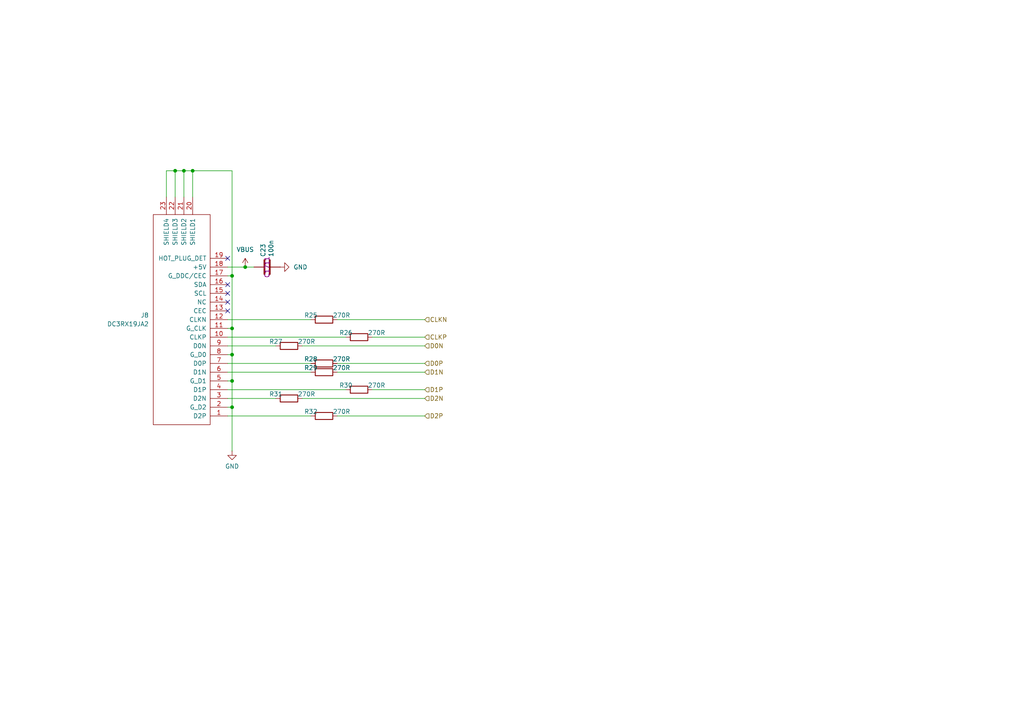
<source format=kicad_sch>
(kicad_sch (version 20250114) (generator "eeschema") (generator_version "9.0")
  (paper "A4")
  (title_block (title "${NAME}") (date "2025-04-24") (rev "${VERSION}") (company "Mikhail Matveev") (comment 1 "https://github.com/xtremespb/frank"))
  (lib_symbols
    (symbol "Device:C" (pin_numbers (hide yes)) (pin_names (offset 0.254))
      (property "Reference" "C" (at 0.635 2.54 0))
      (property "Value" "C" (at 0.635 -2.54 0))
      (symbol "C_0_1"
        (polyline (pts (xy -2.032 0.762) (xy 2.032 0.762)) (stroke (width 0.508)))
        (polyline (pts (xy -2.032 -0.762) (xy 2.032 -0.762)) (stroke (width 0.508)))
      )
      (symbol "C_1_1"
        (pin passive line (at 0 3.81 270) (length 2.794) (name "~") (number "1"))
        (pin passive line (at 0 -3.81 90) (length 2.794) (name "~") (number "2"))
      )
    )
    (symbol "Device:R" (pin_numbers (hide yes)) (pin_names (offset 0))
      (property "Reference" "R" (at 2.032 0 90))
      (property "Value" "R" (at 0 0 90))
      (symbol "R_0_1"
        (rectangle (start -1.016 -2.54) (end 1.016 2.54) (stroke (width 0.254)))
      )
      (symbol "R_1_1"
        (pin passive line (at 0 3.81 270) (length 1.27) (name "~") (number "1"))
        (pin passive line (at 0 -3.81 90) (length 1.27) (name "~") (number "2"))
      )
    )
    (symbol "FRANK:HDMI" (pin_names (offset 1.016))
      (property "Reference" "HDMI1" (at 12.7 -16.5101 0))
      (property "Value" "HDMI" (at 12.7 -13.9701 0))
      (symbol "HDMI_0_1"
        (rectangle (start -5.08 15.24) (end 11.43 -45.72))
      )
      (symbol "HDMI_1_1"
        (pin input line (at -10.16 12.7 0) (length 5.08) (name "D2P") (number "1"))
        (pin input line (at -10.16 10.16 0) (length 5.08) (name "G_D2") (number "2"))
        (pin input line (at -10.16 7.62 0) (length 5.08) (name "D2N") (number "3"))
        (pin input line (at -10.16 5.08 0) (length 5.08) (name "D1P") (number "4"))
        (pin input line (at -10.16 2.54 0) (length 5.08) (name "G_D1") (number "5"))
        (pin input line (at -10.16 0 0) (length 5.08) (name "D1N") (number "6"))
        (pin input line (at -10.16 -2.54 0) (length 5.08) (name "D0P") (number "7"))
        (pin input line (at -10.16 -5.08 0) (length 5.08) (name "G_D0") (number "8"))
        (pin input line (at -10.16 -7.62 0) (length 5.08) (name "D0N") (number "9"))
        (pin input line (at -10.16 -10.16 0) (length 5.08) (name "CLKP") (number "10"))
        (pin input line (at -10.16 -12.7 0) (length 5.08) (name "G_CLK") (number "11"))
        (pin input line (at -10.16 -15.24 0) (length 5.08) (name "CLKN") (number "12"))
        (pin input line (at -10.16 -17.78 0) (length 5.08) (name "CEC") (number "13"))
        (pin input line (at -10.16 -20.32 0) (length 5.08) (name "NC") (number "14"))
        (pin input line (at -10.16 -22.86 0) (length 5.08) (name "SCL") (number "15"))
        (pin input line (at -10.16 -25.4 0) (length 5.08) (name "SDA") (number "16"))
        (pin input line (at -10.16 -27.94 0) (length 5.08) (name "G_DDC/CEC") (number "17"))
        (pin input line (at -10.16 -30.48 0) (length 5.08) (name "+5V") (number "18"))
        (pin input line (at -10.16 -33.02 0) (length 5.08) (name "HOT_PLUG_DET") (number "19"))
        (pin input line (at 0 -50.8 90) (length 5.08) (name "SHIELD1") (number "20"))
        (pin input line (at 2.54 -50.8 90) (length 5.08) (name "SHIELD2") (number "21"))
        (pin input line (at 5.08 -50.8 90) (length 5.08) (name "SHIELD3") (number "22"))
        (pin input line (at 7.62 -50.8 90) (length 5.08) (name "SHIELD4") (number "23"))
      )
    )
    (symbol "GND_1" (power) (pin_numbers (hide yes)) (pin_names (offset 0) (hide yes))
      (property "Value" "GND" (at 0 -3.81 0))
      (symbol "GND_1_0_1"
        (polyline (pts (xy 0 0) (xy 0 -1.27) (xy 1.27 -1.27) (xy 0 -2.54) (xy -1.27 -1.27) (xy 0 -1.27)))
      )
      (symbol "GND_1_1_1"
        (pin power_in line (at 0 0 270) (length 0) (name "~") (number "1"))
      )
    )
    (symbol "power:GND" (power) (pin_numbers (hide yes)) (pin_names (offset 0) (hide yes))
      (property "Value" "GND" (at 0 -3.81 0))
      (symbol "GND_0_1"
        (polyline (pts (xy 0 0) (xy 0 -1.27) (xy 1.27 -1.27) (xy 0 -2.54) (xy -1.27 -1.27) (xy 0 -1.27)))
      )
      (symbol "GND_1_1"
        (pin power_in line (at 0 0 270) (length 0) (name "~") (number "1"))
      )
    )
    (symbol "power:VBUS" (power) (pin_numbers (hide yes)) (pin_names (offset 0) (hide yes))
      (property "Value" "VBUS" (at 0 3.556 0))
      (symbol "VBUS_0_1"
        (polyline (pts (xy -0.762 1.27) (xy 0 2.54)))
        (polyline (pts (xy 0 2.54) (xy 0.762 1.27)))
        (polyline (pts (xy 0 0) (xy 0 2.54)))
      )
      (symbol "VBUS_1_1"
        (pin power_in line (at 0 0 90) (length 0) (name "~") (number "1"))
      )
    )
  )
  (junction (at 71.12 77.47))
  (junction (at 67.31 110.49))
  (junction (at 50.8 49.53))
  (junction (at 67.31 80.01))
  (junction (at 67.31 95.25))
  (junction (at 67.31 118.11))
  (junction (at 55.88 49.53))
  (junction (at 67.31 102.87))
  (junction (at 53.34 49.53))
  (no_connect (at 66.04 90.17))
  (no_connect (at 66.04 85.09))
  (no_connect (at 66.04 87.63))
  (no_connect (at 66.04 74.93))
  (no_connect (at 66.04 82.55))
  (wire (pts (xy 66.04 95.25) (xy 67.31 95.25)))
  (wire (pts (xy 67.31 110.49) (xy 67.31 118.11)))
  (wire (pts (xy 66.04 105.41) (xy 90.17 105.41)))
  (wire (pts (xy 87.63 115.57) (xy 123.19 115.57)))
  (wire (pts (xy 66.04 120.65) (xy 90.17 120.65)))
  (wire (pts (xy 66.04 102.87) (xy 67.31 102.87)))
  (wire (pts (xy 67.31 49.53) (xy 55.88 49.53)))
  (wire (pts (xy 53.34 49.53) (xy 53.34 57.15)))
  (wire (pts (xy 87.63 100.33) (xy 123.19 100.33)))
  (wire (pts (xy 55.88 49.53) (xy 53.34 49.53)))
  (wire (pts (xy 107.95 113.03) (xy 123.19 113.03)))
  (wire (pts (xy 67.31 102.87) (xy 67.31 110.49)))
  (wire (pts (xy 67.31 95.25) (xy 67.31 102.87)))
  (wire (pts (xy 97.79 107.95) (xy 123.19 107.95)))
  (wire (pts (xy 50.8 49.53) (xy 50.8 57.15)))
  (wire (pts (xy 66.04 92.71) (xy 90.17 92.71)))
  (wire (pts (xy 66.04 77.47) (xy 71.12 77.47)))
  (wire (pts (xy 66.04 113.03) (xy 100.33 113.03)))
  (wire (pts (xy 66.04 118.11) (xy 67.31 118.11)))
  (wire (pts (xy 67.31 118.11) (xy 67.31 130.81)))
  (wire (pts (xy 97.79 92.71) (xy 123.19 92.71)))
  (wire (pts (xy 97.79 105.41) (xy 123.19 105.41)))
  (wire (pts (xy 67.31 95.25) (xy 67.31 80.01)))
  (wire (pts (xy 50.8 49.53) (xy 48.26 49.53)))
  (wire (pts (xy 66.04 110.49) (xy 67.31 110.49)))
  (wire (pts (xy 66.04 80.01) (xy 67.31 80.01)))
  (wire (pts (xy 66.04 97.79) (xy 100.33 97.79)))
  (wire (pts (xy 67.31 80.01) (xy 67.31 49.53)))
  (wire (pts (xy 71.12 77.47) (xy 73.66 77.47)))
  (wire (pts (xy 107.95 97.79) (xy 123.19 97.79)))
  (wire (pts (xy 66.04 115.57) (xy 80.01 115.57)))
  (wire (pts (xy 53.34 49.53) (xy 50.8 49.53)))
  (wire (pts (xy 66.04 107.95) (xy 90.17 107.95)))
  (wire (pts (xy 48.26 49.53) (xy 48.26 57.15)))
  (wire (pts (xy 55.88 49.53) (xy 55.88 57.15)))
  (wire (pts (xy 97.79 120.65) (xy 123.19 120.65)))
  (wire (pts (xy 66.04 100.33) (xy 80.01 100.33)))
  (hierarchical_label "D2P" (shape input) (at 123.19 120.65 0))
  (hierarchical_label "CLKP" (shape input) (at 123.19 97.79 0))
  (hierarchical_label "D2N" (shape input) (at 123.19 115.57 0))
  (hierarchical_label "CLKN" (shape input) (at 123.19 92.71 0))
  (hierarchical_label "D0P" (shape input) (at 123.19 105.41 0))
  (hierarchical_label "D1P" (shape input) (at 123.19 113.03 0))
  (hierarchical_label "D0N" (shape input) (at 123.19 100.33 0))
  (hierarchical_label "D1N" (shape input) (at 123.19 107.95 0))
  (symbol (lib_id "Device:R") (at 93.98 105.41 90) (unit 1)
    (property "Reference" "R28" (at 90.17 104.14 90))
    (property "Value" "270R" (at 99.06 104.14 90))
    (property "Footprint" "FRANK:Resistor (0805)" (effects (hide yes)))
    (property "Datasheet" "https://www.vishay.com/docs/28952/mcs0402at-mct0603at-mcu0805at-mca1206at.pdf" (effects (hide yes)))
    (property "AliExpress" "https://www.aliexpress.com/item/1005005945735199.html" (effects (hide yes)))
  )
  (symbol (lib_id "Device:R") (at 104.14 113.03 90) (unit 1)
    (property "Reference" "R30" (at 100.33 111.76 90))
    (property "Value" "270R" (at 109.22 111.76 90))
    (property "Footprint" "FRANK:Resistor (0805)" (effects (hide yes)))
    (property "Datasheet" "https://www.vishay.com/docs/28952/mcs0402at-mct0603at-mcu0805at-mca1206at.pdf" (effects (hide yes)))
    (property "AliExpress" "https://www.aliexpress.com/item/1005005945735199.html" (effects (hide yes)))
  )
  (symbol (lib_id "Device:R") (at 93.98 92.71 90) (unit 1)
    (property "Reference" "R25" (at 90.17 91.44 90))
    (property "Value" "270R" (at 99.06 91.44 90))
    (property "Footprint" "FRANK:Resistor (0805)" (effects (hide yes)))
    (property "Datasheet" "https://www.vishay.com/docs/28952/mcs0402at-mct0603at-mcu0805at-mca1206at.pdf" (effects (hide yes)))
    (property "AliExpress" "https://www.aliexpress.com/item/1005005945735199.html" (effects (hide yes)))
  )
  (symbol (lib_id "power:VBUS") (at 71.12 77.47 0) (unit 1)
    (property "Reference" "#PWR059" (effects (hide yes)))
    (property "Value" "VBUS" (at 71.12 72.39 0))
    (property "Description" "Power symbol creates a global label with name \"VBUS\"" (effects (hide yes)))
  )
  (symbol (lib_id "Device:R") (at 93.98 107.95 90) (unit 1)
    (property "Reference" "R29" (at 90.17 106.68 90))
    (property "Value" "270R" (at 99.06 106.68 90))
    (property "Footprint" "FRANK:Resistor (0805)" (effects (hide yes)))
    (property "Datasheet" "https://www.vishay.com/docs/28952/mcs0402at-mct0603at-mcu0805at-mca1206at.pdf" (effects (hide yes)))
    (property "AliExpress" "https://www.aliexpress.com/item/1005005945735199.html" (effects (hide yes)))
  )
  (symbol (lib_id "Device:C") (at 77.47 77.47 90) (unit 1)
    (property "Reference" "C23" (at 76.3016 74.549 0) (effects (justify left)))
    (property "Value" "100n" (at 78.613 74.549 0) (effects (justify left)))
    (property "Footprint" "FRANK:Capacitor (0805)" (effects (hide yes)))
    (property "Datasheet" "https://eu.mouser.com/datasheet/2/40/KGM_X7R-3223212.pdf" (effects (hide yes)))
    (property "AliExpress" "https://www.aliexpress.com/item/33008008276.html" (effects (hide yes)))
    (property "LCSC" "C1711" (at 77.47 77.47 0))
  )
  (symbol (lib_id "Device:R") (at 83.82 100.33 90) (unit 1)
    (property "Reference" "R27" (at 80.01 99.06 90))
    (property "Value" "270R" (at 88.9 99.06 90))
    (property "Footprint" "FRANK:Resistor (0805)" (effects (hide yes)))
    (property "Datasheet" "https://www.vishay.com/docs/28952/mcs0402at-mct0603at-mcu0805at-mca1206at.pdf" (effects (hide yes)))
    (property "AliExpress" "https://www.aliexpress.com/item/1005005945735199.html" (effects (hide yes)))
  )
  (symbol (lib_id "power:GND") (at 67.31 130.81 0) (unit 1)
    (property "Reference" "#PWR061" (effects (hide yes)))
    (property "Value" "GND" (at 67.31 135.2534 0))
    (property "Description" "Power symbol creates a global label with name \"GND\" , ground" (effects (hide yes)))
  )
  (symbol (lib_name "GND_1") (lib_id "power:GND") (at 81.28 77.47 90) (unit 1)
    (property "Reference" "#PWR060" (effects (hide yes)))
    (property "Value" "GND" (at 85.09 77.4699 90) (effects (justify right)))
    (property "Description" "Power symbol creates a global label with name \"GND\" , ground" (effects (hide yes)))
  )
  (symbol (lib_id "Device:R") (at 104.14 97.79 90) (unit 1)
    (property "Reference" "R26" (at 100.33 96.52 90))
    (property "Value" "270R" (at 109.22 96.52 90))
    (property "Footprint" "FRANK:Resistor (0805)" (effects (hide yes)))
    (property "Datasheet" "https://www.vishay.com/docs/28952/mcs0402at-mct0603at-mcu0805at-mca1206at.pdf" (effects (hide yes)))
    (property "AliExpress" "https://www.aliexpress.com/item/1005005945735199.html" (effects (hide yes)))
  )
  (symbol (lib_id "FRANK:HDMI") (at 55.88 107.95 180) (unit 1)
    (property "Reference" "J8" (at 43.18 91.4399 0) (effects (justify left)))
    (property "Value" "DC3RX19JA2" (at 43.18 93.9799 0) (effects (justify left)))
    (property "Footprint" "FRANK:HDMI (female)" (effects (hide yes)))
    (property "Datasheet" "https://www.mouser.com/datasheet/2/206/B_0233_2E_DC3-784461.pdf?srsltid=AfmBOopfNOwkdmYR2Zf10LYIa6wS_lfZGGRTVzb0297kvAyc-1zmhqWc" (effects (hide yes)))
    (property "AliExpress" "https://www.aliexpress.com/item/1005005248842433.html" (effects (hide yes)))
  )
  (symbol (lib_id "Device:R") (at 93.98 120.65 90) (unit 1)
    (property "Reference" "R32" (at 90.17 119.38 90))
    (property "Value" "270R" (at 99.06 119.38 90))
    (property "Footprint" "FRANK:Resistor (0805)" (effects (hide yes)))
    (property "Datasheet" "https://www.vishay.com/docs/28952/mcs0402at-mct0603at-mcu0805at-mca1206at.pdf" (effects (hide yes)))
    (property "AliExpress" "https://www.aliexpress.com/item/1005005945735199.html" (effects (hide yes)))
  )
  (symbol (lib_id "Device:R") (at 83.82 115.57 90) (unit 1)
    (property "Reference" "R31" (at 80.01 114.3 90))
    (property "Value" "270R" (at 88.9 114.3 90))
    (property "Footprint" "FRANK:Resistor (0805)" (effects (hide yes)))
    (property "Datasheet" "https://www.vishay.com/docs/28952/mcs0402at-mct0603at-mcu0805at-mca1206at.pdf" (effects (hide yes)))
    (property "AliExpress" "https://www.aliexpress.com/item/1005005945735199.html" (effects (hide yes)))
  )
)
</source>
